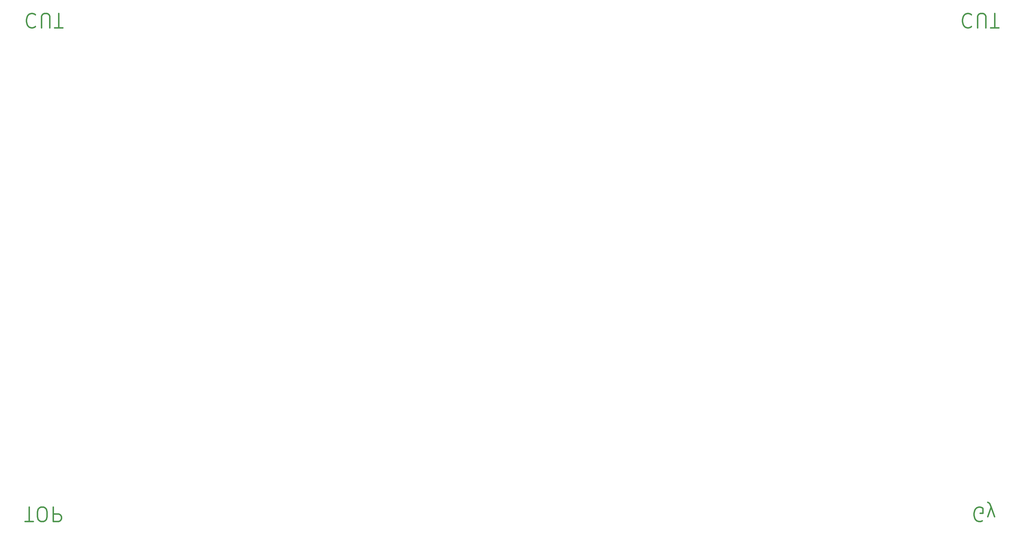
<source format=gbr>
%TF.GenerationSoftware,KiCad,Pcbnew,7.0.1-3b83917a11~172~ubuntu22.04.1*%
%TF.CreationDate,2023-12-10T15:57:57-05:00*%
%TF.ProjectId,coil_template_first,636f696c-5f74-4656-9d70-6c6174655f66,rev?*%
%TF.SameCoordinates,Original*%
%TF.FileFunction,Legend,Bot*%
%TF.FilePolarity,Positive*%
%FSLAX46Y46*%
G04 Gerber Fmt 4.6, Leading zero omitted, Abs format (unit mm)*
G04 Created by KiCad (PCBNEW 7.0.1-3b83917a11~172~ubuntu22.04.1) date 2023-12-10 15:57:57*
%MOMM*%
%LPD*%
G01*
G04 APERTURE LIST*
%ADD10C,2.000000*%
G04 APERTURE END LIST*
D10*
X91190476Y-27652380D02*
X90238095Y-26700000D01*
X90238095Y-26700000D02*
X87380952Y-25747619D01*
X87380952Y-25747619D02*
X85476190Y-25747619D01*
X85476190Y-25747619D02*
X82619047Y-26700000D01*
X82619047Y-26700000D02*
X80714285Y-28604761D01*
X80714285Y-28604761D02*
X79761904Y-30509523D01*
X79761904Y-30509523D02*
X78809523Y-34319047D01*
X78809523Y-34319047D02*
X78809523Y-37176190D01*
X78809523Y-37176190D02*
X79761904Y-40985714D01*
X79761904Y-40985714D02*
X80714285Y-42890476D01*
X80714285Y-42890476D02*
X82619047Y-44795238D01*
X82619047Y-44795238D02*
X85476190Y-45747619D01*
X85476190Y-45747619D02*
X87380952Y-45747619D01*
X87380952Y-45747619D02*
X90238095Y-44795238D01*
X90238095Y-44795238D02*
X91190476Y-43842857D01*
X99761904Y-45747619D02*
X99761904Y-29557142D01*
X99761904Y-29557142D02*
X100714285Y-27652380D01*
X100714285Y-27652380D02*
X101666666Y-26700000D01*
X101666666Y-26700000D02*
X103571428Y-25747619D01*
X103571428Y-25747619D02*
X107380952Y-25747619D01*
X107380952Y-25747619D02*
X109285714Y-26700000D01*
X109285714Y-26700000D02*
X110238095Y-27652380D01*
X110238095Y-27652380D02*
X111190476Y-29557142D01*
X111190476Y-29557142D02*
X111190476Y-45747619D01*
X117857142Y-45747619D02*
X129285714Y-45747619D01*
X123571428Y-25747619D02*
X123571428Y-45747619D01*
X1390000000Y-27652380D02*
X1389047619Y-26700000D01*
X1389047619Y-26700000D02*
X1386190476Y-25747619D01*
X1386190476Y-25747619D02*
X1384285714Y-25747619D01*
X1384285714Y-25747619D02*
X1381428571Y-26700000D01*
X1381428571Y-26700000D02*
X1379523809Y-28604761D01*
X1379523809Y-28604761D02*
X1378571428Y-30509523D01*
X1378571428Y-30509523D02*
X1377619047Y-34319047D01*
X1377619047Y-34319047D02*
X1377619047Y-37176190D01*
X1377619047Y-37176190D02*
X1378571428Y-40985714D01*
X1378571428Y-40985714D02*
X1379523809Y-42890476D01*
X1379523809Y-42890476D02*
X1381428571Y-44795238D01*
X1381428571Y-44795238D02*
X1384285714Y-45747619D01*
X1384285714Y-45747619D02*
X1386190476Y-45747619D01*
X1386190476Y-45747619D02*
X1389047619Y-44795238D01*
X1389047619Y-44795238D02*
X1390000000Y-43842857D01*
X1398571428Y-45747619D02*
X1398571428Y-29557142D01*
X1398571428Y-29557142D02*
X1399523809Y-27652380D01*
X1399523809Y-27652380D02*
X1400476190Y-26700000D01*
X1400476190Y-26700000D02*
X1402380952Y-25747619D01*
X1402380952Y-25747619D02*
X1406190476Y-25747619D01*
X1406190476Y-25747619D02*
X1408095238Y-26700000D01*
X1408095238Y-26700000D02*
X1409047619Y-27652380D01*
X1409047619Y-27652380D02*
X1410000000Y-29557142D01*
X1410000000Y-29557142D02*
X1410000000Y-45747619D01*
X1416666666Y-45747619D02*
X1428095238Y-45747619D01*
X1422380952Y-25747619D02*
X1422380952Y-45747619D01*
X76904761Y-730747619D02*
X88333333Y-730747619D01*
X82619047Y-710747619D02*
X82619047Y-730747619D01*
X98809523Y-730747619D02*
X102619047Y-730747619D01*
X102619047Y-730747619D02*
X104523809Y-729795238D01*
X104523809Y-729795238D02*
X106428571Y-727890476D01*
X106428571Y-727890476D02*
X107380952Y-724080952D01*
X107380952Y-724080952D02*
X107380952Y-717414285D01*
X107380952Y-717414285D02*
X106428571Y-713604761D01*
X106428571Y-713604761D02*
X104523809Y-711700000D01*
X104523809Y-711700000D02*
X102619047Y-710747619D01*
X102619047Y-710747619D02*
X98809523Y-710747619D01*
X98809523Y-710747619D02*
X96904761Y-711700000D01*
X96904761Y-711700000D02*
X94999999Y-713604761D01*
X94999999Y-713604761D02*
X94047618Y-717414285D01*
X94047618Y-717414285D02*
X94047618Y-724080952D01*
X94047618Y-724080952D02*
X94999999Y-727890476D01*
X94999999Y-727890476D02*
X96904761Y-729795238D01*
X96904761Y-729795238D02*
X98809523Y-730747619D01*
X115952380Y-710747619D02*
X115952380Y-730747619D01*
X115952380Y-730747619D02*
X123571428Y-730747619D01*
X123571428Y-730747619D02*
X125476190Y-729795238D01*
X125476190Y-729795238D02*
X126428571Y-728842857D01*
X126428571Y-728842857D02*
X127380952Y-726938095D01*
X127380952Y-726938095D02*
X127380952Y-724080952D01*
X127380952Y-724080952D02*
X126428571Y-722176190D01*
X126428571Y-722176190D02*
X125476190Y-721223809D01*
X125476190Y-721223809D02*
X123571428Y-720271428D01*
X123571428Y-720271428D02*
X115952380Y-720271428D01*
X1405000000Y-729795238D02*
X1403095238Y-730747619D01*
X1403095238Y-730747619D02*
X1400238095Y-730747619D01*
X1400238095Y-730747619D02*
X1397380952Y-729795238D01*
X1397380952Y-729795238D02*
X1395476190Y-727890476D01*
X1395476190Y-727890476D02*
X1394523809Y-725985714D01*
X1394523809Y-725985714D02*
X1393571428Y-722176190D01*
X1393571428Y-722176190D02*
X1393571428Y-719319047D01*
X1393571428Y-719319047D02*
X1394523809Y-715509523D01*
X1394523809Y-715509523D02*
X1395476190Y-713604761D01*
X1395476190Y-713604761D02*
X1397380952Y-711700000D01*
X1397380952Y-711700000D02*
X1400238095Y-710747619D01*
X1400238095Y-710747619D02*
X1402142857Y-710747619D01*
X1402142857Y-710747619D02*
X1405000000Y-711700000D01*
X1405000000Y-711700000D02*
X1405952381Y-712652380D01*
X1405952381Y-712652380D02*
X1405952381Y-719319047D01*
X1405952381Y-719319047D02*
X1402142857Y-719319047D01*
X1412619047Y-724080952D02*
X1417380952Y-710747619D01*
X1422142857Y-724080952D02*
X1417380952Y-710747619D01*
X1417380952Y-710747619D02*
X1415476190Y-705985714D01*
X1415476190Y-705985714D02*
X1414523809Y-705033333D01*
X1414523809Y-705033333D02*
X1412619047Y-704080952D01*
M02*

</source>
